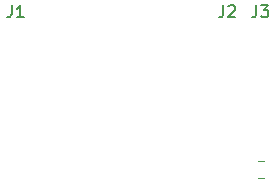
<source format=gbr>
%TF.GenerationSoftware,KiCad,Pcbnew,7.0.7*%
%TF.CreationDate,2024-04-09T13:36:58-07:00*%
%TF.ProjectId,Side B,53696465-2042-42e6-9b69-6361645f7063,rev?*%
%TF.SameCoordinates,Original*%
%TF.FileFunction,Legend,Top*%
%TF.FilePolarity,Positive*%
%FSLAX46Y46*%
G04 Gerber Fmt 4.6, Leading zero omitted, Abs format (unit mm)*
G04 Created by KiCad (PCBNEW 7.0.7) date 2024-04-09 13:36:58*
%MOMM*%
%LPD*%
G01*
G04 APERTURE LIST*
%ADD10C,0.150000*%
%ADD11C,0.120000*%
G04 APERTURE END LIST*
D10*
X145466666Y-90774819D02*
X145466666Y-91489104D01*
X145466666Y-91489104D02*
X145419047Y-91631961D01*
X145419047Y-91631961D02*
X145323809Y-91727200D01*
X145323809Y-91727200D02*
X145180952Y-91774819D01*
X145180952Y-91774819D02*
X145085714Y-91774819D01*
X146466666Y-91774819D02*
X145895238Y-91774819D01*
X146180952Y-91774819D02*
X146180952Y-90774819D01*
X146180952Y-90774819D02*
X146085714Y-90917676D01*
X146085714Y-90917676D02*
X145990476Y-91012914D01*
X145990476Y-91012914D02*
X145895238Y-91060533D01*
X163366666Y-90774819D02*
X163366666Y-91489104D01*
X163366666Y-91489104D02*
X163319047Y-91631961D01*
X163319047Y-91631961D02*
X163223809Y-91727200D01*
X163223809Y-91727200D02*
X163080952Y-91774819D01*
X163080952Y-91774819D02*
X162985714Y-91774819D01*
X163795238Y-90870057D02*
X163842857Y-90822438D01*
X163842857Y-90822438D02*
X163938095Y-90774819D01*
X163938095Y-90774819D02*
X164176190Y-90774819D01*
X164176190Y-90774819D02*
X164271428Y-90822438D01*
X164271428Y-90822438D02*
X164319047Y-90870057D01*
X164319047Y-90870057D02*
X164366666Y-90965295D01*
X164366666Y-90965295D02*
X164366666Y-91060533D01*
X164366666Y-91060533D02*
X164319047Y-91203390D01*
X164319047Y-91203390D02*
X163747619Y-91774819D01*
X163747619Y-91774819D02*
X164366666Y-91774819D01*
X166166666Y-90774819D02*
X166166666Y-91489104D01*
X166166666Y-91489104D02*
X166119047Y-91631961D01*
X166119047Y-91631961D02*
X166023809Y-91727200D01*
X166023809Y-91727200D02*
X165880952Y-91774819D01*
X165880952Y-91774819D02*
X165785714Y-91774819D01*
X166547619Y-90774819D02*
X167166666Y-90774819D01*
X167166666Y-90774819D02*
X166833333Y-91155771D01*
X166833333Y-91155771D02*
X166976190Y-91155771D01*
X166976190Y-91155771D02*
X167071428Y-91203390D01*
X167071428Y-91203390D02*
X167119047Y-91251009D01*
X167119047Y-91251009D02*
X167166666Y-91346247D01*
X167166666Y-91346247D02*
X167166666Y-91584342D01*
X167166666Y-91584342D02*
X167119047Y-91679580D01*
X167119047Y-91679580D02*
X167071428Y-91727200D01*
X167071428Y-91727200D02*
X166976190Y-91774819D01*
X166976190Y-91774819D02*
X166690476Y-91774819D01*
X166690476Y-91774819D02*
X166595238Y-91727200D01*
X166595238Y-91727200D02*
X166547619Y-91679580D01*
D11*
%TO.C,R1*%
X166335436Y-103915000D02*
X166789564Y-103915000D01*
X166335436Y-105385000D02*
X166789564Y-105385000D01*
%TD*%
M02*

</source>
